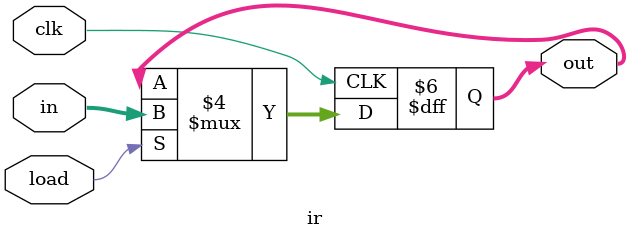
<source format=v>
`timescale 1ns / 1ps

module ir (out, clk, in, load);
    input clk;
    input load;
    input [15:0] in;
    output reg [15:0] out;

    always @ (posedge clk) begin
        if (load == 1) begin
            out <= in; end
        else begin
            out <= out; end
    end
endmodule
</source>
